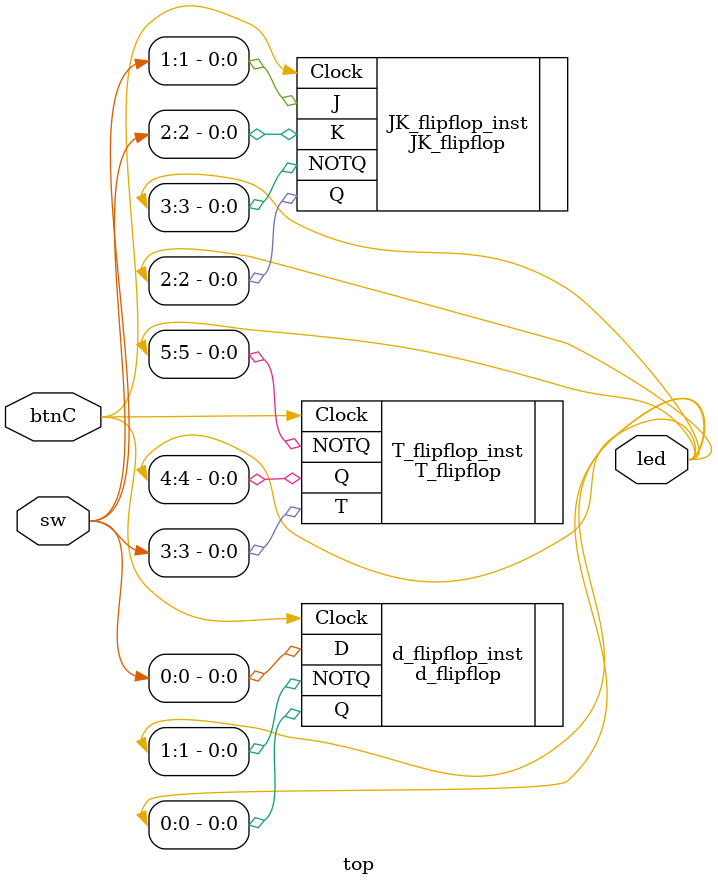
<source format=v>
module top(
    input [3:0] sw,
    input btnC,
    output [5:0] led
);
    d_flipflop d_flipflop_inst(
        .D(sw[0]),
        .Clock(btnC),
        .Q(led[0]),
        .NOTQ(led[1])
    );
    
    JK_flipflop JK_flipflop_inst(
        .J(sw[1]),
        .K(sw[2]),
        .Clock(btnC),
        .Q(led[2]),
        .NOTQ(led[3])
    );
    
    T_flipflop T_flipflop_inst(
        .T(sw[3]),
        .Clock(btnC),
        .Q(led[4]),
        .NOTQ(led[5])
    );

endmodule
</source>
